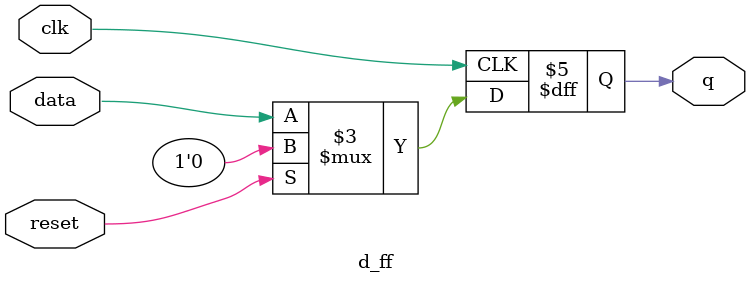
<source format=v>
module d_ff(data,clk,reset,q);
	
	input data,clk,reset;
	output q;
	reg q;
	
	always @(posedge clk)
		if(reset) begin
			q<=1'b0;
		end else begin
			q<=data;
		end
endmodule

</source>
